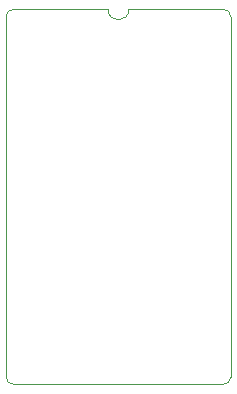
<source format=gbr>
%TF.GenerationSoftware,KiCad,Pcbnew,(5.1.5-0-10_14)*%
%TF.CreationDate,2021-03-11T16:13:23+01:00*%
%TF.ProjectId,C64-ROM-Adapter-LB,4336342d-524f-44d2-9d41-646170746572,1.1*%
%TF.SameCoordinates,Original*%
%TF.FileFunction,Profile,NP*%
%FSLAX46Y46*%
G04 Gerber Fmt 4.6, Leading zero omitted, Abs format (unit mm)*
G04 Created by KiCad (PCBNEW (5.1.5-0-10_14)) date 2021-03-11 16:13:23*
%MOMM*%
%LPD*%
G04 APERTURE LIST*
%ADD10C,0.050000*%
G04 APERTURE END LIST*
D10*
X122809000Y-48895000D02*
X130810000Y-48895000D01*
X122809000Y-48895000D02*
G75*
G02X121031000Y-48895000I-889000J0D01*
G01*
X131445000Y-80010000D02*
G75*
G02X130810000Y-80645000I-635000J0D01*
G01*
X113030000Y-80645000D02*
G75*
G02X112395000Y-80010000I0J635000D01*
G01*
X112395000Y-49530000D02*
G75*
G02X113030000Y-48895000I635000J0D01*
G01*
X130810000Y-48895000D02*
G75*
G02X131445000Y-49530000I0J-635000D01*
G01*
X112395000Y-80010000D02*
X112395000Y-49530000D01*
X130810000Y-80645000D02*
X113030000Y-80645000D01*
X131445000Y-49530000D02*
X131445000Y-80010000D01*
X113030000Y-48895000D02*
X121031000Y-48895000D01*
M02*

</source>
